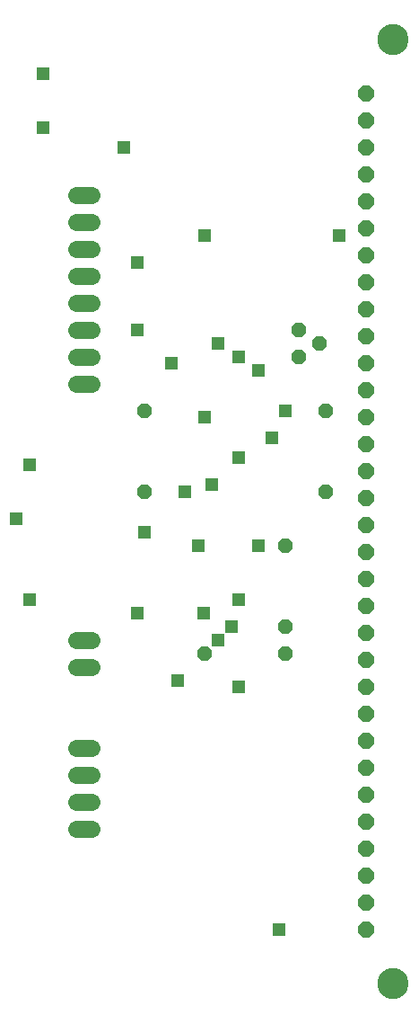
<source format=gbs>
G75*
%MOIN*%
%OFA0B0*%
%FSLAX24Y24*%
%IPPOS*%
%LPD*%
%AMOC8*
5,1,8,0,0,1.08239X$1,22.5*
%
%ADD10OC8,0.0537*%
%ADD11C,0.0617*%
%ADD12OC8,0.0577*%
%ADD13C,0.1159*%
%ADD14R,0.0484X0.0484*%
D10*
X008150Y014650D03*
X011150Y014650D03*
X011150Y015650D03*
X011150Y018650D03*
X012650Y020650D03*
X012650Y023650D03*
X011650Y025650D03*
X011650Y026650D03*
X012400Y026150D03*
X005900Y023650D03*
X005900Y020650D03*
D11*
X003929Y008150D02*
X003371Y008150D01*
X003371Y009150D02*
X003929Y009150D01*
X003929Y010150D02*
X003371Y010150D01*
X003371Y011150D02*
X003929Y011150D01*
X003929Y014150D02*
X003371Y014150D01*
X003371Y015150D02*
X003929Y015150D01*
X003929Y024650D02*
X003371Y024650D01*
X003371Y025650D02*
X003929Y025650D01*
X003929Y026650D02*
X003371Y026650D01*
X003371Y027650D02*
X003929Y027650D01*
X003929Y028650D02*
X003371Y028650D01*
X003371Y029650D02*
X003929Y029650D01*
X003929Y030650D02*
X003371Y030650D01*
X003371Y031650D02*
X003929Y031650D01*
D12*
X014150Y031400D03*
X014150Y032400D03*
X014150Y033400D03*
X014150Y034400D03*
X014150Y035400D03*
X014150Y030400D03*
X014150Y029400D03*
X014150Y028400D03*
X014150Y027400D03*
X014150Y026400D03*
X014150Y025400D03*
X014150Y024400D03*
X014150Y023400D03*
X014150Y022400D03*
X014150Y021400D03*
X014150Y020400D03*
X014150Y019400D03*
X014150Y018400D03*
X014150Y017400D03*
X014150Y016400D03*
X014150Y015400D03*
X014150Y014400D03*
X014150Y013400D03*
X014150Y012400D03*
X014150Y011400D03*
X014150Y010400D03*
X014150Y009400D03*
X014150Y008400D03*
X014150Y007400D03*
X014150Y006400D03*
X014150Y005400D03*
X014150Y004400D03*
D13*
X015150Y002400D03*
X015150Y037400D03*
D14*
X013150Y030150D03*
X010150Y025150D03*
X009400Y025650D03*
X008650Y026150D03*
X008150Y023400D03*
X009400Y021900D03*
X008400Y020900D03*
X007400Y020650D03*
X007900Y018650D03*
X008100Y016150D03*
X008650Y015150D03*
X009150Y015650D03*
X009400Y016650D03*
X010150Y018650D03*
X010650Y022650D03*
X011150Y023650D03*
X008150Y030150D03*
X006900Y025400D03*
X005650Y026650D03*
X005650Y029150D03*
X005150Y033400D03*
X002150Y034150D03*
X002150Y036150D03*
X001650Y021650D03*
X001150Y019650D03*
X001650Y016650D03*
X005650Y016150D03*
X007150Y013650D03*
X009400Y013400D03*
X005900Y019150D03*
X010900Y004400D03*
M02*

</source>
